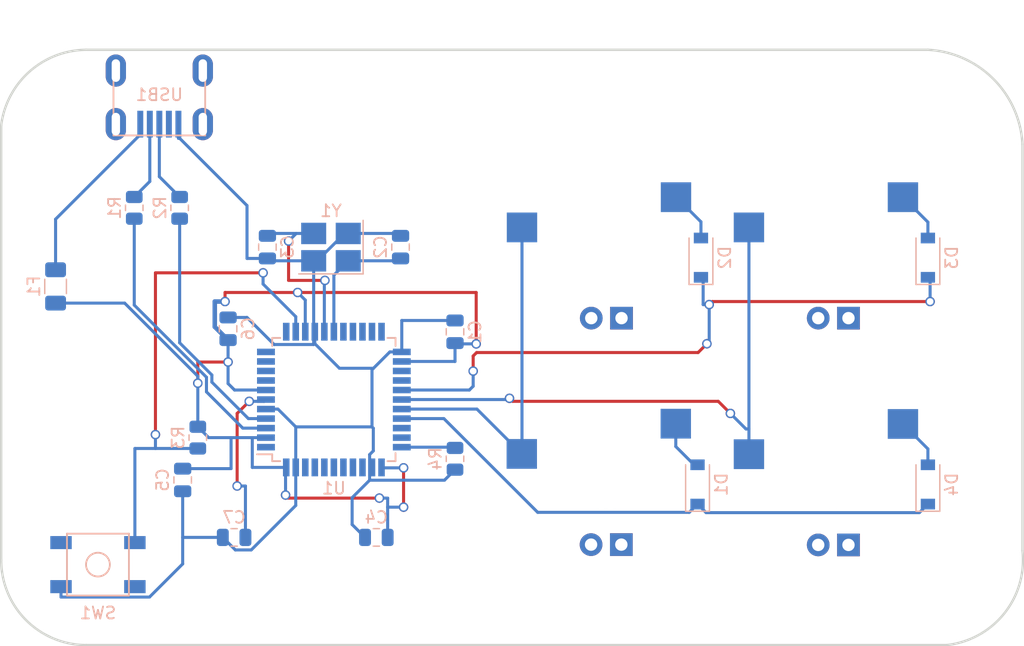
<source format=kicad_pcb>
(kicad_pcb (version 20211014) (generator pcbnew)
  (layers (0 "F.Cu" signal) (31 "B.Cu" signal) (34 "B.Paste" user) (35 "F.Paste" user) (36 "B.SilkS" user "B.Silkscreen") (37 "F.SilkS" user "F.Silkscreen") (38 "B.Mask" user) (39 "F.Mask" user) (44 "Edge.Cuts" user))
  (net 0 "")
  (net 1 "+5V")
  (net 2 "GND")
  (net 3 "Net-(C2-Pad2)")
  (net 4 "Net-(C3-Pad2)")
  (net 5 "Net-(C7-Pad1)")
  (net 6 "Row1")
  (net 7 "Net-(D1-Pad2)")
  (net 8 "Row0")
  (net 9 "Net-(D2-Pad2)")
  (net 10 "Net-(D3-Pad2)")
  (net 11 "Net-(D4-Pad2)")
  (net 12 "/VCC")
  (net 13 "Col0")
  (net 16 "Col1")
  (net 23 "D-")
  (net 24 "Net-(R1-Pad2)")
  (net 25 "D+")
  (net 26 "Net-(R2-Pad2)")
  (net 27 "Net-(R3-Pad2)")
  (net 28 "Net-(R4-Pad1)")
  (footprint "MX_Only:MXOnly-1U-Hotswap-LED" (layer "F.Cu") (at 101.606248 117.725)
    (fp_text reference "MX2")
    (fp_text value "MX-LED")
    (pad "" np_thru_hole circle locked (at 0 0) (size 3.9878 3.9878) (drill 3.9878) (layers *.Cu *.Mask))
    (pad "" np_thru_hole circle locked (at -3.81 -2.54) (size 3 3) (drill 3) (layers *.Cu *.Mask))
    (pad "" np_thru_hole circle locked (at 2.54 -5.08) (size 3 3) (drill 3) (layers *.Cu *.Mask))
    (pad "" np_thru_hole circle locked (at 5.08 0 48.0996) (size 1.75 1.75) (drill 1.75) (layers *.Cu *.Mask))
    (pad "" np_thru_hole circle locked (at -5.08 0 48.0996) (size 1.75 1.75) (drill 1.75) (layers *.Cu *.Mask))
    (pad "1" smd rect locked (at -7.085 -2.54) (size 2.55 2.5) (layers "B.Cu" "B.Paste" "B.Mask") (net 16 "Col1"))
    (pad "2" smd rect locked (at 5.842 -5.08) (size 2.55 2.5) (layers "B.Cu" "B.Paste" "B.Mask") (net 10 "Net-(D3-Pad2)"))
    (pad "3" thru_hole circle locked (at -1.27 5.08) (size 1.905 1.905) (drill 1.04) (layers *.Cu "B.Mask"))
    (pad "4" thru_hole rect locked (at 1.27 5.08) (size 1.905 1.905) (drill 1.04) (layers *.Cu "B.Mask"))
  )
  (footprint "MX_Only:MXOnly-1U-Hotswap-LED" (layer "F.Cu") (at 82.556248 117.725)
    (fp_text reference "MX1")
    (fp_text value "MX-LED")
    (pad "" np_thru_hole circle locked (at -3.81 -2.54) (size 3 3) (drill 3) (layers *.Cu *.Mask))
    (pad "" np_thru_hole circle locked (at 2.54 -5.08) (size 3 3) (drill 3) (layers *.Cu *.Mask))
    (pad "" np_thru_hole circle locked (at 5.08 0 48.0996) (size 1.75 1.75) (drill 1.75) (layers *.Cu *.Mask))
    (pad "" np_thru_hole circle locked (at 0 0) (size 3.9878 3.9878) (drill 3.9878) (layers *.Cu *.Mask))
    (pad "" np_thru_hole circle locked (at -5.08 0 48.0996) (size 1.75 1.75) (drill 1.75) (layers *.Cu *.Mask))
    (pad "1" smd rect locked (at -7.085 -2.54) (size 2.55 2.5) (layers "B.Cu" "B.Paste" "B.Mask") (net 13 "Col0"))
    (pad "2" smd rect locked (at 5.842 -5.08) (size 2.55 2.5) (layers "B.Cu" "B.Paste" "B.Mask") (net 9 "Net-(D2-Pad2)"))
    (pad "3" thru_hole circle locked (at -1.27 5.08) (size 1.905 1.905) (drill 1.04) (layers *.Cu "B.Mask"))
    (pad "4" thru_hole rect locked (at 1.27 5.08) (size 1.905 1.905) (drill 1.04) (layers *.Cu "B.Mask"))
  )
  (footprint "MX_Only:MXOnly-1U-Hotswap-LED" (layer "F.Cu") (at 101.606248 136.775)
    (fp_text reference "MX4")
    (fp_text value "MX-LED")
    (pad "" np_thru_hole circle locked (at -5.08 0 48.0996) (size 1.75 1.75) (drill 1.75) (layers *.Cu *.Mask))
    (pad "" np_thru_hole circle locked (at 0 0) (size 3.9878 3.9878) (drill 3.9878) (layers *.Cu *.Mask))
    (pad "" np_thru_hole circle locked (at 5.08 0 48.0996) (size 1.75 1.75) (drill 1.75) (layers *.Cu *.Mask))
    (pad "" np_thru_hole circle locked (at 2.54 -5.08) (size 3 3) (drill 3) (layers *.Cu *.Mask))
    (pad "" np_thru_hole circle locked (at -3.81 -2.54) (size 3 3) (drill 3) (layers *.Cu *.Mask))
    (pad "1" smd rect (at -7.085 -2.54) (size 2.55 2.5) (layers "B.Cu" "B.Paste" "B.Mask") (net 16 "Col1"))
    (pad "2" smd rect locked (at 5.842 -5.08) (size 2.55 2.5) (layers "B.Cu" "B.Paste" "B.Mask") (net 11 "Net-(D4-Pad2)"))
    (pad "3" thru_hole circle locked (at -1.27 5.08) (size 1.905 1.905) (drill 1.04) (layers *.Cu "B.Mask"))
    (pad "4" thru_hole rect locked (at 1.27 5.08) (size 1.905 1.905) (drill 1.04) (layers *.Cu "B.Mask"))
  )
  (footprint "MX_Only:MXOnly-1U-Hotswap-LED" (layer "F.Cu") (at 82.539775 136.750578)
    (fp_text reference "MX3")
    (fp_text value "MX-LED")
    (pad "" np_thru_hole circle locked (at 5.08 0 48.0996) (size 1.75 1.75) (drill 1.75) (layers *.Cu *.Mask))
    (pad "" np_thru_hole circle locked (at -5.08 0 48.0996) (size 1.75 1.75) (drill 1.75) (layers *.Cu *.Mask))
    (pad "" np_thru_hole circle locked (at -3.81 -2.54) (size 3 3) (drill 3) (layers *.Cu *.Mask))
    (pad "" np_thru_hole circle locked (at 0 0) (size 3.9878 3.9878) (drill 3.9878) (layers *.Cu *.Mask))
    (pad "" np_thru_hole circle locked (at 2.54 -5.08) (size 3 3) (drill 3) (layers *.Cu *.Mask))
    (pad "1" smd rect locked (at -7.085 -2.54) (size 2.55 2.5) (layers "B.Cu" "B.Paste" "B.Mask") (net 13 "Col0"))
    (pad "2" smd rect locked (at 5.842 -5.08) (size 2.55 2.5) (layers "B.Cu" "B.Paste" "B.Mask") (net 7 "Net-(D1-Pad2)"))
    (pad "3" thru_hole circle locked (at -1.27 5.08) (size 1.905 1.905) (drill 1.04) (layers *.Cu "B.Mask"))
    (pad "4" thru_hole rect locked (at 1.27 5.08) (size 1.905 1.905) (drill 1.04) (layers *.Cu "B.Mask"))
  )
  (footprint "Diode_SMD:D_SOD-123" (layer "B.Cu") (at 109.543748 117.725 90)
    (fp_text reference "D3" (at 0 2 90) (layer "B.SilkS") (effects (justify mirror)))
    (fp_text value "SOD123")
    (fp_line (start -2.25 1) (end 1.65 1) (layer "B.SilkS") (width 0.12))
    (fp_line (start -2.25 1) (end -2.25 -1) (layer "B.SilkS") (width 0.12))
    (fp_line (start -2.25 -1) (end 1.65 -1) (layer "B.SilkS") (width 0.12))
    (pad "1" smd rect locked (at -1.65 0 90) (size 0.9 1.2) (layers "B.Cu" "B.Paste" "B.Mask") (net 8 "Row0"))
    (pad "2" smd rect locked (at 1.65 0 90) (size 0.9 1.2) (layers "B.Cu" "B.Paste" "B.Mask") (net 10 "Net-(D3-Pad2)"))
  )
  (footprint "Crystal:Crystal_SMD_3225-4Pin_3.2x2.5mm_HandSoldering" (layer "B.Cu") (at 59.436 116.84 180)
    (fp_text reference "Y1" (at 0 3.05) (layer "B.SilkS") (effects (justify mirror)))
    (fp_text value "16MHz")
    (fp_line (start -2.7 -2.25) (end 2.7 -2.25) (layer "B.SilkS") (width 0.12))
    (fp_line (start -2.7 2.25) (end -2.7 -2.25) (layer "B.SilkS") (width 0.12))
    (pad "1" smd rect locked (at -1.45 -1.15 180) (size 2.1 1.8) (layers "B.Cu" "B.Paste" "B.Mask") (net 3 "Net-(C2-Pad2)"))
    (pad "2" smd rect locked (at 1.45 -1.15 180) (size 2.1 1.8) (layers "B.Cu" "B.Paste" "B.Mask") (net 2 "GND"))
    (pad "3" smd rect locked (at 1.45 1.15 180) (size 2.1 1.8) (layers "B.Cu" "B.Paste" "B.Mask") (net 4 "Net-(C3-Pad2)"))
    (pad "4" smd rect locked (at -1.45 1.15 180) (size 2.1 1.8) (layers "B.Cu" "B.Paste" "B.Mask") (net 2 "GND"))
  )
  (footprint "Capacitor_SMD:C_0805_2012Metric" (layer "B.Cu") (at 63.246 141.224 180)
    (fp_text reference "C4" (at 0 1.68) (layer "B.SilkS") (effects (justify mirror)))
    (fp_text value "0.1uF")
    (fp_line (start -0.261252 0.735) (end 0.261252 0.735) (layer "B.SilkS") (width 0.12))
    (fp_line (start -0.261252 -0.735) (end 0.261252 -0.735) (layer "B.SilkS") (width 0.12))
    (pad "1" smd roundrect locked (at -0.95 0 180) (size 1 1.45) (layers "B.Cu" "B.Paste" "B.Mask") (net 1 "+5V"))
    (pad "2" smd roundrect locked (at 0.95 0 180) (size 1 1.45) (layers "B.Cu" "B.Paste" "B.Mask") (net 2 "GND"))
  )
  (footprint "Capacitor_SMD:C_0805_2012Metric" (layer "B.Cu") (at 51.308 141.224 180)
    (fp_text reference "C7" (at 0 1.68) (layer "B.SilkS") (effects (justify mirror)))
    (fp_text value "1uF")
    (fp_line (start -0.261252 -0.735) (end 0.261252 -0.735) (layer "B.SilkS") (width 0.12))
    (fp_line (start -0.261252 0.735) (end 0.261252 0.735) (layer "B.SilkS") (width 0.12))
    (pad "1" smd roundrect locked (at -0.95 0 180) (size 1 1.45) (layers "B.Cu" "B.Paste" "B.Mask") (net 5 "Net-(C7-Pad1)"))
    (pad "2" smd roundrect locked (at 0.95 0 180) (size 1 1.45) (layers "B.Cu" "B.Paste" "B.Mask") (net 2 "GND"))
  )
  (footprint "Fuse:Fuse_1206_3216Metric" (layer "B.Cu") (at 36.322 120.142 -90)
    (fp_text reference "F1" (at 0 1.82 90) (layer "B.SilkS") (effects (justify mirror)))
    (fp_text value "500mA")
    (fp_line (start -0.602064 0.91) (end 0.602064 0.91) (layer "B.SilkS") (width 0.12))
    (fp_line (start -0.602064 -0.91) (end 0.602064 -0.91) (layer "B.SilkS") (width 0.12))
    (pad "1" smd roundrect locked (at -1.4 0 270) (size 1.25 1.75) (layers "B.Cu" "B.Paste" "B.Mask") (roundrect_rratio 0.2) (net 12 "/VCC"))
    (pad "2" smd roundrect locked (at 1.4 0 270) (size 1.25 1.75) (layers "B.Cu" "B.Paste" "B.Mask") (roundrect_rratio 0.2) (net 1 "+5V"))
  )
  (footprint "Capacitor_SMD:C_0805_2012Metric" (layer "B.Cu") (at 65.278 116.84 -90)
    (fp_text reference "C2" (at 0 1.68 90) (layer "B.SilkS") (effects (justify mirror)))
    (fp_text value "22pF")
    (fp_line (start -0.261252 0.735) (end 0.261252 0.735) (layer "B.SilkS") (width 0.12))
    (fp_line (start -0.261252 -0.735) (end 0.261252 -0.735) (layer "B.SilkS") (width 0.12))
    (pad "1" smd roundrect locked (at -0.95 0 270) (size 1 1.45) (layers "B.Cu" "B.Paste" "B.Mask") (net 2 "GND"))
    (pad "2" smd roundrect locked (at 0.95 0 270) (size 1 1.45) (layers "B.Cu" "B.Paste" "B.Mask") (net 3 "Net-(C2-Pad2)"))
  )
  (footprint "Diode_SMD:D_SOD-123" (layer "B.Cu") (at 90.493748 117.725 90)
    (fp_text reference "D2" (at 0 2 90) (layer "B.SilkS") (effects (justify mirror)))
    (fp_text value "SOD123")
    (fp_line (start -2.25 1) (end 1.65 1) (layer "B.SilkS") (width 0.12))
    (fp_line (start -2.25 -1) (end 1.65 -1) (layer "B.SilkS") (width 0.12))
    (fp_line (start -2.25 1) (end -2.25 -1) (layer "B.SilkS") (width 0.12))
    (pad "1" smd rect locked (at -1.65 0 90) (size 0.9 1.2) (layers "B.Cu" "B.Paste" "B.Mask") (net 8 "Row0"))
    (pad "2" smd rect locked (at 1.65 0 90) (size 0.9 1.2) (layers "B.Cu" "B.Paste" "B.Mask") (net 9 "Net-(D2-Pad2)"))
  )
  (footprint "Package_QFP:TQFP-44_10x10mm_P0.8mm" (layer "B.Cu") (at 59.681248 129.64375)
    (fp_text reference "U1" (at 0 7.45) (layer "B.SilkS") (effects (justify mirror)))
    (fp_text value "ATmega32U4-A")
    (fp_line (start -5.175 5.175) (end -4.5 5.175) (layer "B.SilkS") (width 0.15))
    (fp_line (start 5.175 5.175) (end 4.5 5.175) (layer "B.SilkS") (width 0.15))
    (fp_line (start 5.175 -5.175) (end 5.175 -4.5) (layer "B.SilkS") (width 0.15))
    (fp_line (start -5.175 4.6) (end -6.45 4.6) (layer "B.SilkS") (width 0.15))
    (fp_line (start -5.175 5.175) (end -5.175 4.6) (layer "B.SilkS") (width 0.15))
    (fp_line (start -5.175 -5.175) (end -4.5 -5.175) (layer "B.SilkS") (width 0.15))
    (fp_line (start -5.175 -5.175) (end -5.175 -4.5) (layer "B.SilkS") (width 0.15))
    (fp_line (start 5.175 -5.175) (end 4.5 -5.175) (layer "B.SilkS") (width 0.15))
    (fp_line (start 5.175 5.175) (end 5.175 4.5) (layer "B.SilkS") (width 0.15))
    (pad "1" smd rect locked (at -5.7 4) (size 1.5 0.55) (layers "B.Cu" "B.Paste" "B.Mask"))
    (pad "2" smd rect locked (at -5.7 3.2) (size 1.5 0.55) (layers "B.Cu" "B.Paste" "B.Mask") (net 1 "+5V"))
    (pad "3" smd rect locked (at -5.7 2.4) (size 1.5 0.55) (layers "B.Cu" "B.Paste" "B.Mask") (net 24 "Net-(R1-Pad2)"))
    (pad "4" smd rect locked (at -5.7 1.6) (size 1.5 0.55) (layers "B.Cu" "B.Paste" "B.Mask") (net 26 "Net-(R2-Pad2)"))
    (pad "5" smd rect locked (at -5.7 0.8) (size 1.5 0.55) (layers "B.Cu" "B.Paste" "B.Mask") (net 2 "GND"))
    (pad "6" smd rect locked (at -5.7 0) (size 1.5 0.55) (layers "B.Cu" "B.Paste" "B.Mask") (net 5 "Net-(C7-Pad1)"))
    (pad "7" smd rect locked (at -5.7 -0.8) (size 1.5 0.55) (layers "B.Cu" "B.Paste" "B.Mask") (net 1 "+5V"))
    (pad "8" smd rect locked (at -5.7 -1.6) (size 1.5 0.55) (layers "B.Cu" "B.Paste" "B.Mask"))
    (pad "9" smd rect locked (at -5.7 -2.4) (size 1.5 0.55) (layers "B.Cu" "B.Paste" "B.Mask"))
    (pad "10" smd rect locked (at -5.7 -3.2) (size 1.5 0.55) (layers "B.Cu" "B.Paste" "B.Mask"))
    (pad "11" smd rect locked (at -5.7 -4) (size 1.5 0.55) (layers "B.Cu" "B.Paste" "B.Mask"))
    (pad "12" smd rect locked (at -4 -5.7 270) (size 1.5 0.55) (layers "B.Cu" "B.Paste" "B.Mask"))
    (pad "13" smd rect locked (at -3.2 -5.7 270) (size 1.5 0.55) (layers "B.Cu" "B.Paste" "B.Mask") (net 27 "Net-(R3-Pad2)"))
    (pad "14" smd rect locked (at -2.4 -5.7 270) (size 1.5 0.55) (layers "B.Cu" "B.Paste" "B.Mask") (net 1 "+5V"))
    (pad "15" smd rect locked (at -1.6 -5.7 270) (size 1.5 0.55) (layers "B.Cu" "B.Paste" "B.Mask") (net 2 "GND"))
    (pad "16" smd rect locked (at -0.8 -5.7 270) (size 1.5 0.55) (layers "B.Cu" "B.Paste" "B.Mask") (net 4 "Net-(C3-Pad2)"))
    (pad "17" smd rect locked (at 0 -5.7 270) (size 1.5 0.55) (layers "B.Cu" "B.Paste" "B.Mask") (net 3 "Net-(C2-Pad2)"))
    (pad "18" smd rect locked (at 0.8 -5.7 270) (size 1.5 0.55) (layers "B.Cu" "B.Paste" "B.Mask"))
    (pad "19" smd rect locked (at 1.6 -5.7 270) (size 1.5 0.55) (layers "B.Cu" "B.Paste" "B.Mask"))
    (pad "20" smd rect locked (at 2.4 -5.7 270) (size 1.5 0.55) (layers "B.Cu" "B.Paste" "B.Mask"))
    (pad "21" smd rect locked (at 3.2 -5.7 270) (size 1.5 0.55) (layers "B.Cu" "B.Paste" "B.Mask"))
    (pad "22" smd rect locked (at 4 -5.7 270) (size 1.5 0.55) (layers "B.Cu" "B.Paste" "B.Mask"))
    (pad "23" smd rect locked (at 5.7 -4) (size 1.5 0.55) (layers "B.Cu" "B.Paste" "B.Mask") (net 2 "GND"))
    (pad "24" smd rect locked (at 5.7 -3.2) (size 1.5 0.55) (layers "B.Cu" "B.Paste" "B.Mask") (net 1 "+5V"))
    (pad "25" smd rect locked (at 5.7 -2.4) (size 1.5 0.55) (layers "B.Cu" "B.Paste" "B.Mask"))
    (pad "26" smd rect locked (at 5.7 -1.6) (size 1.5 0.55) (layers "B.Cu" "B.Paste" "B.Mask"))
    (pad "27" smd rect locked (at 5.7 -0.8) (size 1.5 0.55) (layers "B.Cu" "B.Paste" "B.Mask") (net 8 "Row0"))
    (pad "28" smd rect locked (at 5.7 0) (size 1.5 0.55) (layers "B.Cu" "B.Paste" "B.Mask") (net 16 "Col1"))
    (pad "29" smd rect locked (at 5.7 0.8) (size 1.5 0.55) (layers "B.Cu" "B.Paste" "B.Mask") (net 13 "Col0"))
    (pad "30" smd rect locked (at 5.7 1.6) (size 1.5 0.55) (layers "B.Cu" "B.Paste" "B.Mask") (net 6 "Row1"))
    (pad "31" smd rect locked (at 5.7 2.4) (size 1.5 0.55) (layers "B.Cu" "B.Paste" "B.Mask"))
    (pad "32" smd rect locked (at 5.7 3.2) (size 1.5 0.55) (layers "B.Cu" "B.Paste" "B.Mask"))
    (pad "33" smd rect locked (at 5.7 4) (size 1.5 0.55) (layers "B.Cu" "B.Paste" "B.Mask") (net 28 "Net-(R4-Pad1)"))
    (pad "34" smd rect locked (at 4 5.7 270) (size 1.5 0.55) (layers "B.Cu" "B.Paste" "B.Mask") (net 1 "+5V"))
    (pad "35" smd rect locked (at 3.2 5.7 270) (size 1.5 0.55) (layers "B.Cu" "B.Paste" "B.Mask") (net 2 "GND"))
    (pad "36" smd rect locked (at 2.4 5.7 270) (size 1.5 0.55) (layers "B.Cu" "B.Paste" "B.Mask"))
    (pad "37" smd rect locked (at 1.6 5.7 270) (size 1.5 0.55) (layers "B.Cu" "B.Paste" "B.Mask"))
    (pad "38" smd rect locked (at 0.8 5.7 270) (size 1.5 0.55) (layers "B.Cu" "B.Paste" "B.Mask"))
    (pad "39" smd rect locked (at 0 5.7 270) (size 1.5 0.55) (layers "B.Cu" "B.Paste" "B.Mask"))
    (pad "40" smd rect locked (at -0.8 5.7 270) (size 1.5 0.55) (layers "B.Cu" "B.Paste" "B.Mask"))
    (pad "41" smd rect locked (at -1.6 5.7 270) (size 1.5 0.55) (layers "B.Cu" "B.Paste" "B.Mask"))
    (pad "42" smd rect locked (at -2.4 5.7 270) (size 1.5 0.55) (layers "B.Cu" "B.Paste" "B.Mask"))
    (pad "43" smd rect locked (at -3.2 5.7 270) (size 1.5 0.55) (layers "B.Cu" "B.Paste" "B.Mask") (net 2 "GND"))
    (pad "44" smd rect locked (at -4 5.7 270) (size 1.5 0.55) (layers "B.Cu" "B.Paste" "B.Mask") (net 1 "+5V"))
  )
  (footprint "Resistor_SMD:R_0805_2012Metric" (layer "B.Cu") (at 46.736 113.538 -90)
    (fp_text reference "R2" (at 0 1.65 90) (layer "B.SilkS") (effects (justify mirror)))
    (fp_text value "22")
    (fp_line (start -0.227064 -0.735) (end 0.227064 -0.735) (layer "B.SilkS") (width 0.12))
    (fp_line (start -0.227064 0.735) (end 0.227064 0.735) (layer "B.SilkS") (width 0.12))
    (pad "1" smd roundrect locked (at -0.9125 0 270) (size 1.025 1.4) (layers "B.Cu" "B.Paste" "B.Mask") (roundrect_rratio 0.243902) (net 25 "D+"))
    (pad "2" smd roundrect locked (at 0.9125 0 270) (size 1.025 1.4) (layers "B.Cu" "B.Paste" "B.Mask") (roundrect_rratio 0.243902) (net 26 "Net-(R2-Pad2)"))
  )
  (footprint "Resistor_SMD:R_0805_2012Metric" (layer "B.Cu") (at 42.926 113.538 -90)
    (fp_text reference "R1" (at 0 1.65 90) (layer "B.SilkS") (effects (justify mirror)))
    (fp_text value "22")
    (fp_line (start -0.227064 0.735) (end 0.227064 0.735) (layer "B.SilkS") (width 0.12))
    (fp_line (start -0.227064 -0.735) (end 0.227064 -0.735) (layer "B.SilkS") (width 0.12))
    (pad "1" smd roundrect locked (at -0.9125 0 270) (size 1.025 1.4) (layers "B.Cu" "B.Paste" "B.Mask") (roundrect_rratio 0.243902) (net 23 "D-"))
    (pad "2" smd roundrect locked (at 0.9125 0 270) (size 1.025 1.4) (layers "B.Cu" "B.Paste" "B.Mask") (roundrect_rratio 0.243902) (net 24 "Net-(R1-Pad2)"))
  )
  (footprint "Diode_SMD:D_SOD-123" (layer "B.Cu") (at 109.543748 136.775 90)
    (fp_text reference "D4" (at 0 2 90) (layer "B.SilkS") (effects (justify mirror)))
    (fp_text value "SOD123")
    (fp_line (start -2.25 1) (end 1.65 1) (layer "B.SilkS") (width 0.12))
    (fp_line (start -2.25 -1) (end 1.65 -1) (layer "B.SilkS") (width 0.12))
    (fp_line (start -2.25 1) (end -2.25 -1) (layer "B.SilkS") (width 0.12))
    (pad "1" smd rect locked (at -1.65 0 90) (size 0.9 1.2) (layers "B.Cu" "B.Paste" "B.Mask") (net 6 "Row1"))
    (pad "2" smd rect locked (at 1.65 0 90) (size 0.9 1.2) (layers "B.Cu" "B.Paste" "B.Mask") (net 11 "Net-(D4-Pad2)"))
  )
  (footprint "Capacitor_SMD:C_0805_2012Metric" (layer "B.Cu") (at 69.85 123.952 90)
    (fp_text reference "C1" (at 0 1.68 90) (layer "B.SilkS") (effects (justify mirror)))
    (fp_text value "0.1uF")
    (fp_line (start -0.261252 -0.735) (end 0.261252 -0.735) (layer "B.SilkS") (width 0.12))
    (fp_line (start -0.261252 0.735) (end 0.261252 0.735) (layer "B.SilkS") (width 0.12))
    (pad "1" smd roundrect locked (at -0.95 0 90) (size 1 1.45) (layers "B.Cu" "B.Paste" "B.Mask") (net 1 "+5V"))
    (pad "2" smd roundrect locked (at 0.95 0 90) (size 1 1.45) (layers "B.Cu" "B.Paste" "B.Mask") (net 2 "GND"))
  )
  (footprint "Capacitor_SMD:C_0805_2012Metric" (layer "B.Cu") (at 54.102 116.84 90)
    (fp_text reference "C3" (at 0 1.68 90) (layer "B.SilkS") (effects (justify mirror)))
    (fp_text value "22pF")
    (fp_line (start -0.261252 -0.735) (end 0.261252 -0.735) (layer "B.SilkS") (width 0.12))
    (fp_line (start -0.261252 0.735) (end 0.261252 0.735) (layer "B.SilkS") (width 0.12))
    (pad "1" smd roundrect locked (at -0.95 0 90) (size 1 1.45) (layers "B.Cu" "B.Paste" "B.Mask") (net 2 "GND"))
    (pad "2" smd roundrect locked (at 0.95 0 90) (size 1 1.45) (layers "B.Cu" "B.Paste" "B.Mask") (net 4 "Net-(C3-Pad2)"))
  )
  (footprint "Capacitor_SMD:C_0805_2012Metric" (layer "B.Cu") (at 46.99 136.398 -90)
    (fp_text reference "C5" (at 0 1.68 90) (layer "B.SilkS") (effects (justify mirror)))
    (fp_text value "0.1uF")
    (fp_line (start -0.261252 0.735) (end 0.261252 0.735) (layer "B.SilkS") (width 0.12))
    (fp_line (start -0.261252 -0.735) (end 0.261252 -0.735) (layer "B.SilkS") (width 0.12))
    (pad "1" smd roundrect locked (at -0.95 0 270) (size 1 1.45) (layers "B.Cu" "B.Paste" "B.Mask") (net 1 "+5V"))
    (pad "2" smd roundrect locked (at 0.95 0 270) (size 1 1.45) (layers "B.Cu" "B.Paste" "B.Mask") (net 2 "GND"))
  )
  (footprint "Resistor_SMD:R_0805_2012Metric" (layer "B.Cu") (at 48.26 132.842 -90)
    (fp_text reference "R3" (at 0 1.65 90) (layer "B.SilkS") (effects (justify mirror)))
    (fp_text value "10k")
    (fp_line (start -0.227064 -0.735) (end 0.227064 -0.735) (layer "B.SilkS") (width 0.12))
    (fp_line (start -0.227064 0.735) (end 0.227064 0.735) (layer "B.SilkS") (width 0.12))
    (pad "1" smd roundrect locked (at -0.9125 0 270) (size 1.025 1.4) (layers "B.Cu" "B.Paste" "B.Mask") (roundrect_rratio 0.243902) (net 1 "+5V"))
    (pad "2" smd roundrect locked (at 0.9125 0 270) (size 1.025 1.4) (layers "B.Cu" "B.Paste" "B.Mask") (roundrect_rratio 0.243902) (net 27 "Net-(R3-Pad2)"))
  )
  (footprint "Diode_SMD:D_SOD-123" (layer "B.Cu") (at 90.206346 136.775 90)
    (fp_text reference "D1" (at 0 2 90) (layer "B.SilkS") (effects (justify mirror)))
    (fp_text value "SOD123")
    (fp_line (start -2.25 1) (end 1.65 1) (layer "B.SilkS") (width 0.12))
    (fp_line (start -2.25 -1) (end 1.65 -1) (layer "B.SilkS") (width 0.12))
    (fp_line (start -2.25 1) (end -2.25 -1) (layer "B.SilkS") (width 0.12))
    (pad "1" smd rect locked (at -1.65 0 90) (size 0.9 1.2) (layers "B.Cu" "B.Paste" "B.Mask") (net 6 "Row1"))
    (pad "2" smd rect locked (at 1.65 0 90) (size 0.9 1.2) (layers "B.Cu" "B.Paste" "B.Mask") (net 7 "Net-(D1-Pad2)"))
  )
  (footprint "random-keyboard-parts:Molex-0548190589" (layer "B.Cu") (at 45.031182 102.0084 -90)
    (fp_text reference "USB1" (at 2.032 0) (layer "B.SilkS") (effects (justify mirror)))
    (fp_text value "Molex-0548190589")
    (fp_line (start 5.45 3.85) (end 5.45 -3.85) (layer "B.SilkS") (width 0.15))
    (fp_line (start 0 3.85) (end 5.45 3.85) (layer "B.SilkS") (width 0.15))
    (fp_line (start 0 -3.85) (end 5.45 -3.85) (layer "B.SilkS") (width 0.15))
    (pad "1" smd rect locked (at 4.5 -1.6 270) (size 2.25 0.5) (layers "B.Cu" "B.Paste" "B.Mask") (net 2 "GND"))
    (pad "2" smd rect locked (at 4.5 -0.8 270) (size 2.25 0.5) (layers "B.Cu" "B.Paste" "B.Mask"))
    (pad "3" smd rect locked (at 4.5 0 270) (size 2.25 0.5) (layers "B.Cu" "B.Paste" "B.Mask") (net 25 "D+"))
    (pad "4" smd rect locked (at 4.5 0.8 270) (size 2.25 0.5) (layers "B.Cu" "B.Paste" "B.Mask") (net 23 "D-"))
    (pad "5" smd rect locked (at 4.5 1.6 270) (size 2.25 0.5) (layers "B.Cu" "B.Paste" "B.Mask") (net 12 "/VCC"))
    (pad "6" thru_hole oval locked (at 4.5 3.65 270) (size 2.7 1.7) (drill oval 1.9 0.7) (layers *.Cu *.Mask))
    (pad "6" thru_hole oval locked (at 4.5 -3.65 270) (size 2.7 1.7) (drill oval 1.9 0.7) (layers *.Cu *.Mask))
    (pad "6" thru_hole oval locked (at 0 -3.65 270) (size 2.7 1.7) (drill oval 1.9 0.7) (layers *.Cu *.Mask))
    (pad "6" thru_hole oval locked (at 0 3.65 270) (size 2.7 1.7) (drill oval 1.9 0.7) (layers *.Cu *.Mask))
  )
  (footprint "Resistor_SMD:R_0805_2012Metric" (layer "B.Cu") (at 69.85 134.62 -90)
    (fp_text reference "R4" (at 0 1.65 90) (layer "B.SilkS") (effects (justify mirror)))
    (fp_text value "10k")
    (fp_line (start -0.227064 0.735) (end 0.227064 0.735) (layer "B.SilkS") (width 0.12))
    (fp_line (start -0.227064 -0.735) (end 0.227064 -0.735) (layer "B.SilkS") (width 0.12))
    (pad "1" smd roundrect locked (at -0.9125 0 270) (size 1.025 1.4) (layers "B.Cu" "B.Paste" "B.Mask") (roundrect_rratio 0.243902) (net 28 "Net-(R4-Pad1)"))
    (pad "2" smd roundrect locked (at 0.9125 0 270) (size 1.025 1.4) (layers "B.Cu" "B.Paste" "B.Mask") (roundrect_rratio 0.243902) (net 2 "GND"))
  )
  (footprint "Capacitor_SMD:C_0805_2012Metric" (layer "B.Cu") (at 50.8 123.698 90)
    (fp_text reference "C6" (at 0 1.68 90) (layer "B.SilkS") (effects (justify mirror)))
    (fp_text value "10uF")
    (fp_line (start -0.261252 0.735) (end 0.261252 0.735) (layer "B.SilkS") (width 0.12))
    (fp_line (start -0.261252 -0.735) (end 0.261252 -0.735) (layer "B.SilkS") (width 0.12))
    (pad "1" smd roundrect locked (at -0.95 0 90) (size 1 1.45) (layers "B.Cu" "B.Paste" "B.Mask") (net 1 "+5V"))
    (pad "2" smd roundrect locked (at 0.95 0 90) (size 1 1.45) (layers "B.Cu" "B.Paste" "B.Mask") (net 2 "GND"))
  )
  (footprint "random-keyboard-parts:SKQG-1155865" (layer "B.Cu") (at 39.878 143.51 180)
    (fp_text reference "SW1" (at 0 -4.064) (layer "B.SilkS") (effects (justify mirror)))
    (fp_text value "SW_Push")
    (fp_line (start -2.6 -2.6) (end -2.6 2.6) (layer "B.SilkS") (width 0.15))
    (fp_line (start 2.6 -2.6) (end -2.6 -2.6) (layer "B.SilkS") (width 0.15))
    (fp_line (start -2.6 2.6) (end 2.6 2.6) (layer "B.SilkS") (width 0.15))
    (fp_line (start 2.6 2.6) (end 2.6 -2.6) (layer "B.SilkS") (width 0.15))
    (fp_circle (center 0 0) (end 1 0) (layer "B.SilkS") (width 0.15) (fill none))
    (pad "1" smd rect locked (at 3.1 -1.85 180) (size 1.8 1.1) (layers "B.Cu" "B.Paste" "B.Mask") (net 2 "GND"))
    (pad "2" smd rect locked (at -3.1 1.85 180) (size 1.8 1.1) (layers "B.Cu" "B.Paste" "B.Mask") (net 27 "Net-(R3-Pad2)"))
    (pad "3" smd rect locked (at 3.1 1.85 180) (size 1.8 1.1) (layers "B.Cu" "B.Paste" "B.Mask"))
    (pad "4" smd rect locked (at -3.1 -1.85 180) (size 1.8 1.1) (layers "B.Cu" "B.Paste" "B.Mask"))
  )
  (gr_line (start 38.899998 150.26875) (end 111.131248 150.26875) (layer "Edge.Cuts") (width 0.2))
  (gr_line (start 38.899998 100.2625) (end 109.543748 100.2625) (layer "Edge.Cuts") (width 0.2))
  (gr_line (start 117.481248 108.2) (end 117.481248 142.33125) (layer "Edge.Cuts") (width 0.2))
  (gr_arc (start 109.543748 100.2625) (mid 115.035451 102.708297) (end 117.481248 108.2) (layer "Edge.Cuts") (width 0.2))
  (gr_line (start 31.756248 106.6125) (end 31.756248 143.125) (layer "Edge.Cuts") (width 0.2))
  (gr_arc (start 38.899998 150.26875) (mid 33.848605 148.176393) (end 31.756248 143.125) (layer "Edge.Cuts") (width 0.2))
  (gr_arc (start 117.481248 142.33125) (mid 115.950158 147.615128) (end 111.131248 150.26875) (layer "Edge.Cuts") (width 0.2))
  (gr_arc (start 31.756248 106.6125) (mid 34.133408 102.093446) (end 38.899998 100.2625) (layer "Edge.Cuts") (width 0.2))
  (segment (start 63.5 137.922) (end 55.626 137.922) (width 0.254) (layer "F.Cu") (net 1))
  (segment (start 50.546 120.65) (end 50.546 121.412) (width 0.254) (layer "F.Cu") (net 1))
  (segment (start 50.8 126.492) (end 48.26 126.492) (width 0.254) (layer "F.Cu") (net 1))
  (segment (start 65.532 138.684) (end 65.532 135.382) (width 0.254) (layer "F.Cu") (net 1))
  (segment (start 56.642 120.65) (end 71.628 120.65) (width 0.254) (layer "F.Cu") (net 1))
  (segment (start 71.628 120.65) (end 71.628 124.968) (width 0.254) (layer "F.Cu") (net 1))
  (segment (start 56.642 120.65) (end 50.546 120.65) (width 0.254) (layer "F.Cu") (net 1))
  (segment (start 48.26 126.492) (end 48.26 128.27) (width 0.254) (layer "F.Cu") (net 1))
  (segment (start 55.626 137.922) (end 55.626 137.668) (width 0.254) (layer "F.Cu") (net 1))
  (via (at 50.8 126.492) (size 0.8) (drill 0.56) (layers "F.Cu" "B.Cu") (net 1))
  (via (at 65.532 138.684) (size 0.8) (drill 0.56) (layers "F.Cu" "B.Cu") (net 1))
  (via (at 65.532 135.382) (size 0.8) (drill 0.56) (layers "F.Cu" "B.Cu") (net 1))
  (via (at 48.26 128.27) (size 0.8) (drill 0.56) (layers "F.Cu" "B.Cu") (net 1))
  (via (at 63.5 137.922) (size 0.8) (drill 0.56) (layers "F.Cu" "B.Cu") (net 1))
  (via (at 71.628 124.968) (size 0.8) (drill 0.56) (layers "F.Cu" "B.Cu") (net 1))
  (via (at 55.626 137.668) (size 0.8) (drill 0.56) (layers "F.Cu" "B.Cu") (net 1))
  (via (at 56.642 120.65) (size 0.8) (drill 0.56) (layers "F.Cu" "B.Cu") (net 1))
  (via (at 50.546 121.412) (size 0.8) (drill 0.56) (layers "F.Cu" "B.Cu") (net 1))
  (segment (start 69.85 126.44375) (end 65.381248 126.44375) (width 0.254) (layer "B.Cu") (net 1))
  (segment (start 48.26 128.27) (end 48.26 131.9295) (width 0.254) (layer "B.Cu") (net 1))
  (segment (start 50.8 124.648) (end 50.8 126.492) (width 0.254) (layer "B.Cu") (net 1))
  (segment (start 36.322 121.542) (end 42.118728 121.542) (width 0.254) (layer "B.Cu") (net 1))
  (segment (start 51.05225 132.84375) (end 52.83375 132.84375) (width 0.254) (layer "B.Cu") (net 1))
  (segment (start 50.8 126.492) (end 50.8 128.29915) (width 0.254) (layer "B.Cu") (net 1))
  (segment (start 55.626 137.668) (end 55.626 135.398998) (width 0.254) (layer "B.Cu") (net 1))
  (segment (start 64.196 138.684) (end 64.196 137.922) (width 0.254) (layer "B.Cu") (net 1))
  (segment (start 71.628 124.968) (end 69.916 124.968) (width 0.254) (layer "B.Cu") (net 1))
  (segment (start 69.916 124.968) (end 69.85 124.902) (width 0.254) (layer "B.Cu") (net 1))
  (segment (start 48.26 131.9295) (end 49.17425 132.84375) (width 0.254) (layer "B.Cu") (net 1))
  (segment (start 57.281248 123.94375) (end 57.281248 121.289248) (width 0.254) (layer "B.Cu") (net 1))
  (segment (start 69.85 124.902) (end 69.85 126.44375) (width 0.254) (layer "B.Cu") (net 1))
  (segment (start 51.3446 128.84375) (end 53.981248 128.84375) (width 0.254) (layer "B.Cu") (net 1))
  (segment (start 63.719498 135.382) (end 63.681248 135.34375) (width 0.254) (layer "B.Cu") (net 1))
  (segment (start 65.532 135.382) (end 63.719498 135.382) (width 0.254) (layer "B.Cu") (net 1))
  (segment (start 64.196 137.922) (end 63.5 137.922) (width 0.254) (layer "B.Cu") (net 1))
  (segment (start 64.196 141.224) (end 64.196 138.684) (width 0.254) (layer "B.Cu") (net 1))
  (segment (start 50.8 128.29915) (end 51.3446 128.84375) (width 0.254) (layer "B.Cu") (net 1))
  (segment (start 52.83375 132.84375) (end 53.981248 132.84375) (width 0.254) (layer "B.Cu") (net 1))
  (segment (start 49.68498 121.412) (end 50.546 121.412) (width 0.381) (layer "B.Cu") (net 1))
  (segment (start 55.626 135.398998) (end 55.681248 135.34375) (width 0.254) (layer "B.Cu") (net 1))
  (segment (start 55.681248 135.34375) (end 52.83375 135.34375) (width 0.254) (layer "B.Cu") (net 1))
  (segment (start 48.26 127.683272) (end 48.26 128.27) (width 0.254) (layer "B.Cu") (net 1))
  (segment (start 49.68498 123.53298) (end 49.68498 121.412) (width 0.381) (layer "B.Cu") (net 1))
  (segment (start 49.17425 132.84375) (end 51.05225 132.84375) (width 0.254) (layer "B.Cu") (net 1))
  (segment (start 50.8 124.648) (end 49.68498 123.53298) (width 0.381) (layer "B.Cu") (net 1))
  (segment (start 51.05225 135.448) (end 51.05225 132.84375) (width 0.254) (layer "B.Cu") (net 1))
  (segment (start 64.196 138.684) (end 65.532 138.684) (width 0.254) (layer "B.Cu") (net 1))
  (segment (start 46.99 135.448) (end 51.05225 135.448) (width 0.254) (layer "B.Cu") (net 1))
  (segment (start 57.281248 121.289248) (end 56.642 120.65) (width 0.254) (layer "B.Cu") (net 1))
  (segment (start 42.118728 121.542) (end 48.26 127.683272) (width 0.254) (layer "B.Cu") (net 1))
  (segment (start 52.83375 135.34375) (end 52.83375 132.84375) (width 0.254) (layer "B.Cu") (net 1))
  (segment (start 62.881248 127.13975) (end 63.006499 127.014499) (width 0.254) (layer "B.Cu") (net 2))
  (segment (start 64.377248 125.64375) (end 65.381248 125.64375) (width 0.254) (layer "B.Cu") (net 2))
  (segment (start 60.886 115.69) (end 65.078 115.69) (width 0.254) (layer "B.Cu") (net 2))
  (segment (start 52.39 122.748) (end 54.662261 125.020261) (width 0.254) (layer "B.Cu") (net 2))
  (segment (start 44.204511 146.236511) (end 36.778 146.236511) (width 0.254) (layer "B.Cu") (net 2))
  (segment (start 56.481248 138.541074) (end 56.481248 135.34375) (width 0.254) (layer "B.Cu") (net 2))
  (segment (start 58.081248 124.94775) (end 58.081248 123.94375) (width 0.254) (layer "B.Cu") (net 2))
  (segment (start 52.39 122.748) (end 50.8 122.748) (width 0.254) (layer "B.Cu") (net 2))
  (segment (start 69.85 135.5325) (end 68.962239 136.420261) (width 0.254) (layer "B.Cu") (net 2))
  (segment (start 60.582978 115.69) (end 60.886 115.69) (width 0.254) (layer "B.Cu") (net 2))
  (segment (start 63.006499 127.014499) (end 64.377248 125.64375) (width 0.254) (layer "B.Cu") (net 2))
  (segment (start 62.682759 134.267239) (end 62.992 133.957998) (width 0.254) (layer "B.Cu") (net 2))
  (segment (start 62.992 133.957998) (end 62.992 132.050502) (width 0.254) (layer "B.Cu") (net 2))
  (segment (start 54.662261 125.020261) (end 57.986 125.020261) (width 0.254) (layer "B.Cu") (net 2))
  (segment (start 53.981248 130.44375) (end 54.985248 130.44375) (width 0.254) (layer "B.Cu") (net 2))
  (segment (start 46.736 107.696) (end 46.631182 107.696) (width 0.254) (layer "B.Cu") (net 2))
  (segment (start 54.302 117.99) (end 57.986 117.99) (width 0.254) (layer "B.Cu") (net 2))
  (segment (start 65.078 115.69) (end 65.278 115.89) (width 0.254) (layer "B.Cu") (net 2))
  (segment (start 50.358 141.224) (end 51.40952 142.27552) (width 0.254) (layer "B.Cu") (net 2))
  (segment (start 46.99 141.224) (end 50.358 141.224) (width 0.254) (layer "B.Cu") (net 2))
  (segment (start 62.881248 131.93975) (end 62.881248 127.13975) (width 0.254) (layer "B.Cu") (net 2))
  (segment (start 46.99 137.348) (end 46.99 143.451022) (width 0.254) (layer "B.Cu") (net 2))
  (segment (start 46.99 143.451022) (end 44.204511 146.236511) (width 0.254) (layer "B.Cu") (net 2))
  (segment (start 52.39 113.35) (end 52.39 117.79) (width 0.254) (layer "B.Cu") (net 2))
  (segment (start 52.746802 142.27552) (end 56.481248 138.541074) (width 0.254) (layer "B.Cu") (net 2))
  (segment (start 52.39 117.79) (end 54.102 117.79) (width 0.254) (layer "B.Cu") (net 2))
  (segment (start 68.962239 136.420261) (end 62.715739 136.420261) (width 0.254) (layer "B.Cu") (net 2))
  (segment (start 62.682759 136.420261) (end 62.682759 134.267239) (width 0.254) (layer "B.Cu") (net 2))
  (segment (start 54.985248 130.44375) (end 56.481248 131.93975) (width 0.254) (layer "B.Cu") (net 2))
  (segment (start 58.282978 117.99) (end 60.582978 115.69) (width 0.254) (layer "B.Cu") (net 2))
  (segment (start 62.992 132.050502) (end 62.881248 131.93975) (width 0.254) (layer "B.Cu") (net 2))
  (segment (start 46.631182 107.696) (end 46.631182 106.5084) (width 0.254) (layer "B.Cu") (net 2))
  (segment (start 36.778 146.236511) (end 36.778 145.36) (width 0.254) (layer "B.Cu") (net 2))
  (segment (start 69.85 123.002) (end 65.381248 123.002) (width 0.254) (layer "B.Cu") (net 2))
  (segment (start 61.214 140.142) (end 61.214 137.88902) (width 0.254) (layer "B.Cu") (net 2))
  (segment (start 63.006499 127.014499) (end 60.147997 127.014499) (width 0.254) (layer "B.Cu") (net 2))
  (segment (start 51.40952 142.27552) (end 52.746802 142.27552) (width 0.254) (layer "B.Cu") (net 2))
  (segment (start 57.986 117.99) (end 57.986 125.020261) (width 0.254) (layer "B.Cu") (net 2))
  (segment (start 52.39 113.35) (end 46.736 107.696) (width 0.254) (layer "B.Cu") (net 2))
  (segment (start 61.214 137.88902) (end 62.682759 136.420261) (width 0.254) (layer "B.Cu") (net 2))
  (segment (start 60.147997 127.014499) (end 58.081248 124.94775) (width 0.254) (layer "B.Cu") (net 2))
  (segment (start 65.381248 123.002) (end 65.381248 125.64375) (width 0.254) (layer "B.Cu") (net 2))
  (segment (start 62.296 141.224) (end 61.214 140.142) (width 0.254) (layer "B.Cu") (net 2))
  (segment (start 62.881248 131.93975) (end 56.481248 131.93975) (width 0.254) (layer "B.Cu") (net 2))
  (segment (start 56.481248 131.93975) (end 56.481248 135.34375) (width 0.254) (layer "B.Cu") (net 2))
  (segment (start 54.102 117.79) (end 54.302 117.99) (width 0.254) (layer "B.Cu") (net 2))
  (segment (start 57.986 117.99) (end 58.282978 117.99) (width 0.254) (layer "B.Cu") (net 2))
  (segment (start 60.886 117.99) (end 65.078 117.99) (width 0.254) (layer "B.Cu") (net 3))
  (segment (start 65.078 117.99) (end 65.278 117.79) (width 0.254) (layer "B.Cu") (net 3))
  (segment (start 60.886 117.99) (end 59.681248 119.194752) (width 0.254) (layer "B.Cu") (net 3))
  (segment (start 59.681248 119.194752) (end 59.681248 123.94375) (width 0.254) (layer "B.Cu") (net 3))
  (segment (start 55.88 116.332) (end 55.88 119.634) (width 0.254) (layer "F.Cu") (net 4))
  (segment (start 55.88 119.634) (end 58.928 119.634) (width 0.254) (layer "F.Cu") (net 4))
  (via (at 58.928 119.634) (size 0.8) (drill 0.56) (layers "F.Cu" "B.Cu") (net 4))
  (via (at 55.88 116.332) (size 0.8) (drill 0.56) (layers "F.Cu" "B.Cu") (net 4))
  (segment (start 56.522 115.69) (end 55.88 116.332) (width 0.254) (layer "B.Cu") (net 4))
  (segment (start 58.881248 123.94375) (end 58.881248 119.680752) (width 0.254) (layer "B.Cu") (net 4))
  (segment (start 54.102 115.89) (end 54.302 115.69) (width 0.254) (layer "B.Cu") (net 4))
  (segment (start 58.881248 119.680752) (end 58.928 119.634) (width 0.254) (layer "B.Cu") (net 4))
  (segment (start 54.302 115.69) (end 57.986 115.69) (width 0.254) (layer "B.Cu") (net 4))
  (segment (start 52.578 129.794) (end 51.562 130.81) (width 0.254) (layer "F.Cu") (net 5))
  (segment (start 51.562 130.81) (end 51.562 136.906) (width 0.254) (layer "F.Cu") (net 5))
  (via (at 51.562 136.906) (size 0.8) (drill 0.56) (layers "F.Cu" "B.Cu") (net 5))
  (via (at 52.578 129.794) (size 0.8) (drill 0.56) (layers "F.Cu" "B.Cu") (net 5))
  (segment (start 52.578 129.794) (end 53.830998 129.794) (width 0.254) (layer "B.Cu") (net 5))
  (segment (start 53.830998 129.794) (end 53.981248 129.64375) (width 0.254) (layer "B.Cu") (net 5))
  (segment (start 52.258 136.906) (end 52.258 141.224) (width 0.254) (layer "B.Cu") (net 5))
  (segment (start 51.562 136.906) (end 52.258 136.906) (width 0.254) (layer "B.Cu") (net 5))
  (segment (start 108.823327 139.145421) (end 109.543748 138.425) (width 0.254) (layer "B.Cu") (net 6))
  (segment (start 89.510347 139.120999) (end 90.206346 138.425) (width 0.254) (layer "B.Cu") (net 6))
  (segment (start 68.914072 131.24375) (end 76.791321 139.120999) (width 0.254) (layer "B.Cu") (net 6))
  (segment (start 90.926767 139.145421) (end 108.823327 139.145421) (width 0.254) (layer "B.Cu") (net 6))
  (segment (start 76.791321 139.120999) (end 89.510347 139.120999) (width 0.254) (layer "B.Cu") (net 6))
  (segment (start 90.206346 138.425) (end 90.926767 139.145421) (width 0.254) (layer "B.Cu") (net 6))
  (segment (start 65.381248 131.24375) (end 68.914072 131.24375) (width 0.254) (layer "B.Cu") (net 6))
  (segment (start 88.381775 133.590775) (end 89.916 135.125) (width 0.254) (layer "B.Cu") (net 7))
  (segment (start 89.916 135.125) (end 90.206346 135.125) (width 0.254) (layer "B.Cu") (net 7))
  (segment (start 88.381775 131.670578) (end 88.381775 133.590775) (width 0.254) (layer "B.Cu") (net 7))
  (segment (start 90.256237 125.694511) (end 90.982748 124.968) (width 0.254) (layer "F.Cu") (net 8))
  (segment (start 71.374 127.254) (end 71.374 125.984) (width 0.254) (layer "F.Cu") (net 8))
  (segment (start 91.44 121.412) (end 109.728 121.412) (width 0.254) (layer "F.Cu") (net 8))
  (segment (start 71.374 125.984) (end 71.663489 125.694511) (width 0.254) (layer "F.Cu") (net 8))
  (segment (start 71.663489 125.694511) (end 90.256237 125.694511) (width 0.254) (layer "F.Cu") (net 8))
  (segment (start 91.186 121.666) (end 91.44 121.412) (width 0.254) (layer "F.Cu") (net 8))
  (via (at 109.728 121.412) (size 0.8) (drill 0.56) (layers "F.Cu" "B.Cu") (net 8))
  (via (at 90.994067 124.956681) (size 0.8) (drill 0.56) (layers "F.Cu" "B.Cu") (net 8))
  (via (at 91.186 121.666) (size 0.8) (drill 0.56) (layers "F.Cu" "B.Cu") (net 8))
  (via (at 71.374 127.254) (size 0.8) (drill 0.56) (layers "F.Cu" "B.Cu") (net 8))
  (segment (start 65.381248 128.84375) (end 71.05425 128.84375) (width 0.254) (layer "B.Cu") (net 8))
  (segment (start 90.493748 119.375) (end 90.678 119.559252) (width 0.254) (layer "B.Cu") (net 8))
  (segment (start 90.982748 124.968) (end 91.186 124.764748) (width 0.254) (layer "B.Cu") (net 8))
  (segment (start 109.728 119.559252) (end 109.543748 119.375) (width 0.254) (layer "B.Cu") (net 8))
  (segment (start 109.728 121.412) (end 109.728 119.559252) (width 0.254) (layer "B.Cu") (net 8))
  (segment (start 90.678 121.666) (end 91.186 121.666) (width 0.254) (layer "B.Cu") (net 8))
  (segment (start 90.678 119.559252) (end 90.678 121.666) (width 0.254) (layer "B.Cu") (net 8))
  (segment (start 91.186 124.764748) (end 91.186 121.666) (width 0.254) (layer "B.Cu") (net 8))
  (segment (start 71.374 128.524) (end 71.374 127.254) (width 0.254) (layer "B.Cu") (net 8))
  (segment (start 71.05425 128.84375) (end 71.374 128.524) (width 0.254) (layer "B.Cu") (net 8))
  (segment (start 88.423248 112.645) (end 90.493748 114.7155) (width 0.254) (layer "B.Cu") (net 9))
  (segment (start 88.398248 112.645) (end 88.423248 112.645) (width 0.254) (layer "B.Cu") (net 9))
  (segment (start 90.493748 114.7155) (end 90.493748 116.075) (width 0.254) (layer "B.Cu") (net 9))
  (segment (start 107.448248 112.645) (end 109.543748 114.7405) (width 0.254) (layer "B.Cu") (net 10))
  (segment (start 109.543748 114.7405) (end 109.543748 116.075) (width 0.254) (layer "B.Cu") (net 10))
  (segment (start 109.543748 133.7905) (end 109.543748 135.125) (width 0.254) (layer "B.Cu") (net 11))
  (segment (start 107.448248 131.695) (end 109.543748 133.7905) (width 0.254) (layer "B.Cu") (net 11))
  (segment (start 43.431182 106.5084) (end 43.431182 107.3834) (width 0.254) (layer "B.Cu") (net 12))
  (segment (start 43.431182 107.3834) (end 36.322 114.492582) (width 0.254) (layer "B.Cu") (net 12))
  (segment (start 36.322 114.492582) (end 36.322 118.742) (width 0.254) (layer "B.Cu") (net 12))
  (segment (start 75.471248 134.194105) (end 75.454775 134.210578) (width 0.254) (layer "B.Cu") (net 13))
  (segment (start 65.381248 130.44375) (end 71.687947 130.44375) (width 0.254) (layer "B.Cu") (net 13))
  (segment (start 75.471248 115.185) (end 75.471248 134.194105) (width 0.254) (layer "B.Cu") (net 13))
  (segment (start 71.687947 130.44375) (end 75.454775 134.210578) (width 0.254) (layer "B.Cu") (net 13))
  (segment (start 74.676057 129.794057) (end 74.422 129.54) (width 0.254) (layer "F.Cu") (net 16))
  (segment (start 92.964 130.81) (end 91.948057 129.794057) (width 0.254) (layer "F.Cu") (net 16))
  (segment (start 91.948057 129.794057) (end 74.676057 129.794057) (width 0.254) (layer "F.Cu") (net 16))
  (via (at 74.422 129.54) (size 0.8) (drill 0.56) (layers "F.Cu" "B.Cu") (net 16))
  (via (at 92.964 130.81) (size 0.8) (drill 0.56) (layers "F.Cu" "B.Cu") (net 16))
  (segment (start 94.267248 132.113248) (end 94.521248 132.113248) (width 0.254) (layer "B.Cu") (net 16))
  (segment (start 92.964 130.81) (end 94.267248 132.113248) (width 0.254) (layer "B.Cu") (net 16))
  (segment (start 74.31825 129.64375) (end 74.422 129.54) (width 0.254) (layer "B.Cu") (net 16))
  (segment (start 65.381248 129.64375) (end 74.31825 129.64375) (width 0.254) (layer "B.Cu") (net 16))
  (segment (start 94.521248 115.185) (end 94.521248 134.235) (width 0.254) (layer "B.Cu") (net 16))
  (segment (start 44.231182 111.320318) (end 42.926 112.6255) (width 0.254) (layer "B.Cu") (net 23))
  (segment (start 44.231182 106.5084) (end 44.231182 111.320318) (width 0.254) (layer "B.Cu") (net 23))
  (segment (start 42.926 121.707898) (end 48.986511 127.768409) (width 0.254) (layer "B.Cu") (net 24))
  (segment (start 48.986511 127.768409) (end 48.986511 128.996511) (width 0.254) (layer "B.Cu") (net 24))
  (segment (start 52.03375 132.04375) (end 53.981248 132.04375) (width 0.254) (layer "B.Cu") (net 24))
  (segment (start 42.926 114.4505) (end 42.926 121.707898) (width 0.254) (layer "B.Cu") (net 24))
  (segment (start 48.986511 128.996511) (end 52.03375 132.04375) (width 0.254) (layer "B.Cu") (net 24))
  (segment (start 45.031182 110.920682) (end 46.736 112.6255) (width 0.254) (layer "B.Cu") (net 25))
  (segment (start 45.031182 106.5084) (end 45.031182 110.920682) (width 0.254) (layer "B.Cu") (net 25))
  (segment (start 49.440031 128.180031) (end 52.50375 131.24375) (width 0.254) (layer "B.Cu") (net 26))
  (segment (start 46.736 124.876524) (end 49.440031 127.580555) (width 0.254) (layer "B.Cu") (net 26))
  (segment (start 52.50375 131.24375) (end 53.981248 131.24375) (width 0.254) (layer "B.Cu") (net 26))
  (segment (start 46.736 114.4505) (end 46.736 124.876524) (width 0.254) (layer "B.Cu") (net 26))
  (segment (start 49.440031 127.580555) (end 49.440031 128.180031) (width 0.254) (layer "B.Cu") (net 26))
  (segment (start 53.7385 119.000277) (end 44.704 119.000277) (width 0.254) (layer "F.Cu") (net 27))
  (segment (start 44.704 119.000277) (end 44.704 132.588) (width 0.254) (layer "F.Cu") (net 27))
  (via (at 44.704 132.588) (size 0.8) (drill 0.56) (layers "F.Cu" "B.Cu") (net 27))
  (via (at 53.7385 119.000277) (size 0.8) (drill 0.56) (layers "F.Cu" "B.Cu") (net 27))
  (segment (start 56.481248 122.682) (end 53.7385 119.939252) (width 0.254) (layer "B.Cu") (net 27))
  (segment (start 56.481248 123.94375) (end 56.481248 122.682) (width 0.254) (layer "B.Cu") (net 27))
  (segment (start 42.978 133.7545) (end 42.978 141.66) (width 0.254) (layer "B.Cu") (net 27))
  (segment (start 42.978 133.7545) (end 48.26 133.7545) (width 0.254) (layer "B.Cu") (net 27))
  (segment (start 53.7385 119.939252) (end 53.7385 119.000277) (width 0.254) (layer "B.Cu") (net 27))
  (segment (start 44.704 132.588) (end 44.704 133.7545) (width 0.254) (layer "B.Cu") (net 27))
  (segment (start 69.85 133.7075) (end 69.78625 133.64375) (width 0.254) (layer "B.Cu") (net 28))
  (segment (start 69.78625 133.64375) (end 65.381248 133.64375) (width 0.254) (layer "B.Cu") (net 28))
)
</source>
